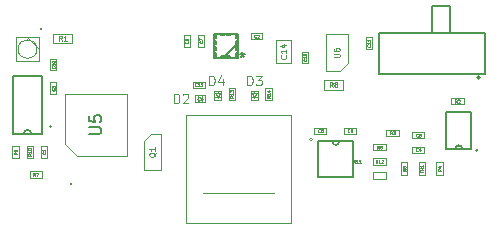
<source format=gbr>
G04 #@! TF.GenerationSoftware,KiCad,Pcbnew,(5.1.9-0-10_14)*
G04 #@! TF.CreationDate,2025-05-13T11:21:21-05:00*
G04 #@! TF.ProjectId,DTYF Beta,44545946-2042-4657-9461-2e6b69636164,rev?*
G04 #@! TF.SameCoordinates,Original*
G04 #@! TF.FileFunction,Other,Fab,Top*
%FSLAX46Y46*%
G04 Gerber Fmt 4.6, Leading zero omitted, Abs format (unit mm)*
G04 Created by KiCad (PCBNEW (5.1.9-0-10_14)) date 2025-05-13 11:21:21*
%MOMM*%
%LPD*%
G01*
G04 APERTURE LIST*
%ADD10C,0.152400*%
%ADD11C,0.100000*%
%ADD12C,0.120000*%
%ADD13C,0.127000*%
%ADD14C,0.200000*%
%ADD15C,0.150000*%
%ADD16C,0.040000*%
%ADD17C,0.080000*%
%ADD18C,0.075000*%
%ADD19C,0.060000*%
G04 APERTURE END LIST*
D10*
X160254100Y-98150600D02*
X158145900Y-98150600D01*
X158145900Y-98150600D02*
X158145900Y-101249400D01*
X158145900Y-101249400D02*
X160254100Y-101249400D01*
X160254100Y-101249400D02*
X160254100Y-98150600D01*
X160826200Y-101350000D02*
G75*
G03*
X160826200Y-101350000I-76200J0D01*
G01*
X159504800Y-101249400D02*
G75*
G03*
X158895200Y-101249400I-304800J0D01*
G01*
X140503300Y-91496700D02*
X140503300Y-91496700D01*
X140503300Y-93503300D02*
X140503300Y-91496700D01*
X140503300Y-93503300D02*
X140503300Y-93503300D01*
X138496700Y-93503300D02*
X140503300Y-93503300D01*
X138496700Y-93503300D02*
X138496700Y-93503300D01*
X138496700Y-91496700D02*
X138496700Y-93503300D01*
X138496700Y-91496700D02*
X138496700Y-91496700D01*
X140503300Y-91496700D02*
X138496700Y-91496700D01*
X138623700Y-93377189D02*
X138496700Y-93377189D01*
X138623700Y-93123189D02*
X138623700Y-93377189D01*
X138496700Y-93123189D02*
X138623700Y-93123189D01*
X138496700Y-93377189D02*
X138496700Y-93123189D01*
X138623700Y-92877063D02*
X138496700Y-92877063D01*
X138623700Y-92623063D02*
X138623700Y-92877063D01*
X138496700Y-92623063D02*
X138623700Y-92623063D01*
X138496700Y-92877063D02*
X138496700Y-92623063D01*
X138623700Y-92376937D02*
X138496700Y-92376937D01*
X138623700Y-92122937D02*
X138623700Y-92376937D01*
X138496700Y-92122937D02*
X138623700Y-92122937D01*
X138496700Y-92376937D02*
X138496700Y-92122937D01*
X138623700Y-91876811D02*
X138496700Y-91876811D01*
X138623700Y-91622811D02*
X138623700Y-91876811D01*
X138496700Y-91622811D02*
X138623700Y-91622811D01*
X138496700Y-91876811D02*
X138496700Y-91622811D01*
X139122937Y-91623700D02*
X139122937Y-91496700D01*
X139376937Y-91623700D02*
X139122937Y-91623700D01*
X139376937Y-91496700D02*
X139376937Y-91623700D01*
X139122937Y-91496700D02*
X139376937Y-91496700D01*
X139623063Y-91623700D02*
X139623063Y-91496700D01*
X139877063Y-91623700D02*
X139623063Y-91623700D01*
X139877063Y-91496700D02*
X139877063Y-91623700D01*
X139623063Y-91496700D02*
X139877063Y-91496700D01*
X140376300Y-91622811D02*
X140503300Y-91622811D01*
X140376300Y-91876811D02*
X140376300Y-91622811D01*
X140503300Y-91876811D02*
X140376300Y-91876811D01*
X140503300Y-91622811D02*
X140503300Y-91876811D01*
X140376300Y-92122937D02*
X140503300Y-92122937D01*
X140376300Y-92376937D02*
X140376300Y-92122937D01*
X140503300Y-92376937D02*
X140376300Y-92376937D01*
X140503300Y-92122937D02*
X140503300Y-92376937D01*
X140376300Y-92623063D02*
X140503300Y-92623063D01*
X140376300Y-92877063D02*
X140376300Y-92623063D01*
X140503300Y-92877063D02*
X140376300Y-92877063D01*
X140503300Y-92623063D02*
X140503300Y-92877063D01*
X140376300Y-93123189D02*
X140503300Y-93123189D01*
X140376300Y-93377189D02*
X140376300Y-93123189D01*
X140503300Y-93377189D02*
X140376300Y-93377189D01*
X140503300Y-93123189D02*
X140503300Y-93377189D01*
X139877063Y-93376300D02*
X139877063Y-93503300D01*
X139623063Y-93376300D02*
X139877063Y-93376300D01*
X139623063Y-93503300D02*
X139623063Y-93376300D01*
X139877063Y-93503300D02*
X139623063Y-93503300D01*
X139376937Y-93376300D02*
X139376937Y-93503300D01*
X139122937Y-93376300D02*
X139376937Y-93376300D01*
X139122937Y-93503300D02*
X139122937Y-93376300D01*
X139376937Y-93503300D02*
X139122937Y-93503300D01*
X140503300Y-92233300D02*
X139233300Y-93503300D01*
D11*
X149500000Y-99450000D02*
X150500000Y-99450000D01*
X149500000Y-99950000D02*
X149500000Y-99450000D01*
X150500000Y-99950000D02*
X149500000Y-99950000D01*
X150500000Y-99450000D02*
X150500000Y-99950000D01*
D12*
X146811803Y-100450000D02*
G75*
G03*
X146811803Y-100450000I-111803J0D01*
G01*
D10*
X147301400Y-103598600D02*
X150298600Y-103598600D01*
X150298600Y-103598600D02*
X150298600Y-100601400D01*
X150298600Y-100601400D02*
X147301400Y-100601400D01*
X147301400Y-100601400D02*
X147301400Y-103598600D01*
X148495200Y-100601400D02*
G75*
G03*
X149104800Y-100601400I304800J0D01*
G01*
D11*
X126862500Y-101837500D02*
X125862500Y-100837500D01*
X131137500Y-101837500D02*
X126862500Y-101837500D01*
X131137500Y-96562500D02*
X131137500Y-101837500D01*
X125862500Y-96562500D02*
X131137500Y-96562500D01*
X125862500Y-100837500D02*
X125862500Y-96562500D01*
D12*
X126511803Y-104211803D02*
G75*
G03*
X126511803Y-104211803I-111803J0D01*
G01*
D13*
X161450000Y-94900000D02*
X152450000Y-94900000D01*
X152450000Y-94900000D02*
X152450000Y-91400000D01*
X152450000Y-91400000D02*
X156950000Y-91400000D01*
X156950000Y-91400000D02*
X158450000Y-91400000D01*
X158450000Y-91400000D02*
X161450000Y-91400000D01*
X161450000Y-91400000D02*
X161450000Y-94900000D01*
X158450000Y-91400000D02*
X158450000Y-89150000D01*
X158450000Y-89150000D02*
X156950000Y-89150000D01*
X156950000Y-89150000D02*
X156950000Y-91400000D01*
D14*
X161020000Y-95200000D02*
G75*
G03*
X161020000Y-95200000I-120000J0D01*
G01*
D11*
X155300000Y-101050000D02*
X156300000Y-101050000D01*
X155300000Y-101550000D02*
X155300000Y-101050000D01*
X156300000Y-101550000D02*
X155300000Y-101550000D01*
X156300000Y-101050000D02*
X156300000Y-101550000D01*
X136100000Y-98340000D02*
X145050000Y-98340000D01*
X136100000Y-107510000D02*
X145050000Y-107510000D01*
X136100000Y-98340000D02*
X136100000Y-107510000D01*
X145050000Y-98340000D02*
X145050000Y-107510000D01*
X137575000Y-105000000D02*
X143575000Y-105000000D01*
D12*
X123950000Y-91100000D02*
G75*
G03*
X123950000Y-91100000I-100000J0D01*
G01*
D11*
X123500000Y-92800000D02*
G75*
G03*
X123500000Y-92800000I-800000J0D01*
G01*
X123700000Y-92800000D02*
X122700000Y-91800000D01*
X123700000Y-91800000D02*
X121700000Y-91800000D01*
X121700000Y-91800000D02*
X121700000Y-93800000D01*
X121700000Y-93800000D02*
X123700000Y-93800000D01*
X123700000Y-93800000D02*
X123700000Y-91800000D01*
D10*
X123893800Y-95048900D02*
X121506200Y-95048900D01*
X121506200Y-95048900D02*
X121506200Y-99951100D01*
X121506200Y-99951100D02*
X123893800Y-99951100D01*
X123893800Y-99951100D02*
X123893800Y-95048900D01*
X124726200Y-99350000D02*
G75*
G03*
X124726200Y-99350000I-76200J0D01*
G01*
X123004800Y-99951100D02*
G75*
G03*
X122395200Y-99951100I-304800J0D01*
G01*
D11*
X123850000Y-101000000D02*
X124350000Y-101000000D01*
X124350000Y-101000000D02*
X124350000Y-102000000D01*
X124350000Y-102000000D02*
X123850000Y-102000000D01*
X123850000Y-102000000D02*
X123850000Y-101000000D01*
X142600000Y-91950000D02*
X141600000Y-91950000D01*
X142600000Y-91450000D02*
X142600000Y-91950000D01*
X141600000Y-91450000D02*
X142600000Y-91450000D01*
X141600000Y-91950000D02*
X141600000Y-91450000D01*
X125150000Y-96600000D02*
X124650000Y-96600000D01*
X124650000Y-96600000D02*
X124650000Y-95600000D01*
X124650000Y-95600000D02*
X125150000Y-95600000D01*
X125150000Y-95600000D02*
X125150000Y-96600000D01*
X156300000Y-99850000D02*
X156300000Y-100350000D01*
X156300000Y-100350000D02*
X155300000Y-100350000D01*
X155300000Y-100350000D02*
X155300000Y-99850000D01*
X155300000Y-99850000D02*
X156300000Y-99850000D01*
X136450000Y-92600000D02*
X135950000Y-92600000D01*
X135950000Y-92600000D02*
X135950000Y-91600000D01*
X135950000Y-91600000D02*
X136450000Y-91600000D01*
X136450000Y-91600000D02*
X136450000Y-92600000D01*
X137650000Y-91600000D02*
X137650000Y-92600000D01*
X137150000Y-91600000D02*
X137650000Y-91600000D01*
X137150000Y-92600000D02*
X137150000Y-91600000D01*
X137650000Y-92600000D02*
X137150000Y-92600000D01*
X147000000Y-99950000D02*
X147000000Y-99450000D01*
X147000000Y-99450000D02*
X148000000Y-99450000D01*
X148000000Y-99450000D02*
X148000000Y-99950000D01*
X148000000Y-99950000D02*
X147000000Y-99950000D01*
X124650000Y-94600000D02*
X124650000Y-93600000D01*
X125150000Y-94600000D02*
X124650000Y-94600000D01*
X125150000Y-93600000D02*
X125150000Y-94600000D01*
X124650000Y-93600000D02*
X125150000Y-93600000D01*
X151350000Y-92800000D02*
X151350000Y-91800000D01*
X151850000Y-92800000D02*
X151350000Y-92800000D01*
X151850000Y-91800000D02*
X151850000Y-92800000D01*
X151350000Y-91800000D02*
X151850000Y-91800000D01*
X136700000Y-95550000D02*
X137700000Y-95550000D01*
X136700000Y-96050000D02*
X136700000Y-95550000D01*
X137700000Y-96050000D02*
X136700000Y-96050000D01*
X137700000Y-95550000D02*
X137700000Y-96050000D01*
X146450000Y-94000000D02*
X145950000Y-94000000D01*
X145950000Y-94000000D02*
X145950000Y-93000000D01*
X145950000Y-93000000D02*
X146450000Y-93000000D01*
X146450000Y-93000000D02*
X146450000Y-94000000D01*
X145025000Y-94000000D02*
X143775000Y-94000000D01*
X143775000Y-94000000D02*
X143775000Y-92000000D01*
X143775000Y-92000000D02*
X145025000Y-92000000D01*
X145025000Y-92000000D02*
X145025000Y-94000000D01*
X132600000Y-103020000D02*
X134000000Y-103020000D01*
X134000000Y-99980000D02*
X134000000Y-103020000D01*
X132600000Y-100550000D02*
X133150000Y-99980000D01*
X133150000Y-99980000D02*
X134000000Y-99980000D01*
X132600000Y-100550000D02*
X132600000Y-103000000D01*
X124900000Y-91487500D02*
X126500000Y-91487500D01*
X124900000Y-92312500D02*
X124900000Y-91487500D01*
X126500000Y-92312500D02*
X124900000Y-92312500D01*
X126500000Y-91487500D02*
X126500000Y-92312500D01*
X159625000Y-97470000D02*
X158575000Y-97470000D01*
X159625000Y-96930000D02*
X159625000Y-97470000D01*
X158575000Y-96930000D02*
X159625000Y-96930000D01*
X158575000Y-97470000D02*
X158575000Y-96930000D01*
X153075000Y-99630000D02*
X154125000Y-99630000D01*
X153075000Y-100170000D02*
X153075000Y-99630000D01*
X154125000Y-100170000D02*
X153075000Y-100170000D01*
X154125000Y-99630000D02*
X154125000Y-100170000D01*
X157870000Y-102375000D02*
X157870000Y-103425000D01*
X157330000Y-102375000D02*
X157870000Y-102375000D01*
X157330000Y-103425000D02*
X157330000Y-102375000D01*
X157870000Y-103425000D02*
X157330000Y-103425000D01*
X154330000Y-102375000D02*
X154870000Y-102375000D01*
X154870000Y-102375000D02*
X154870000Y-103425000D01*
X154870000Y-103425000D02*
X154330000Y-103425000D01*
X154330000Y-103425000D02*
X154330000Y-102375000D01*
X153025000Y-101370000D02*
X151975000Y-101370000D01*
X153025000Y-100830000D02*
X153025000Y-101370000D01*
X151975000Y-100830000D02*
X153025000Y-100830000D01*
X151975000Y-101370000D02*
X151975000Y-100830000D01*
X123925000Y-103130000D02*
X123925000Y-103670000D01*
X123925000Y-103670000D02*
X122875000Y-103670000D01*
X122875000Y-103670000D02*
X122875000Y-103130000D01*
X122875000Y-103130000D02*
X123925000Y-103130000D01*
X147800000Y-96212500D02*
X147800000Y-95387500D01*
X147800000Y-95387500D02*
X149400000Y-95387500D01*
X149400000Y-95387500D02*
X149400000Y-96212500D01*
X149400000Y-96212500D02*
X147800000Y-96212500D01*
X121430000Y-102025000D02*
X121430000Y-100975000D01*
X121970000Y-102025000D02*
X121430000Y-102025000D01*
X121970000Y-100975000D02*
X121970000Y-102025000D01*
X121430000Y-100975000D02*
X121970000Y-100975000D01*
X122630000Y-100975000D02*
X123170000Y-100975000D01*
X123170000Y-100975000D02*
X123170000Y-102025000D01*
X123170000Y-102025000D02*
X122630000Y-102025000D01*
X122630000Y-102025000D02*
X122630000Y-100975000D01*
X153025000Y-103770000D02*
X151975000Y-103770000D01*
X153025000Y-103230000D02*
X153025000Y-103770000D01*
X151975000Y-103230000D02*
X153025000Y-103230000D01*
X151975000Y-103770000D02*
X151975000Y-103230000D01*
X153025000Y-102030000D02*
X153025000Y-102570000D01*
X153025000Y-102570000D02*
X151975000Y-102570000D01*
X151975000Y-102570000D02*
X151975000Y-102030000D01*
X151975000Y-102030000D02*
X153025000Y-102030000D01*
X140270000Y-96065000D02*
X140270000Y-97115000D01*
X139730000Y-96065000D02*
X140270000Y-96065000D01*
X139730000Y-97115000D02*
X139730000Y-96065000D01*
X140270000Y-97115000D02*
X139730000Y-97115000D01*
X143370000Y-97125000D02*
X142830000Y-97125000D01*
X142830000Y-97125000D02*
X142830000Y-96075000D01*
X142830000Y-96075000D02*
X143370000Y-96075000D01*
X143370000Y-96075000D02*
X143370000Y-97125000D01*
X155830000Y-102375000D02*
X156370000Y-102375000D01*
X156370000Y-102375000D02*
X156370000Y-103425000D01*
X156370000Y-103425000D02*
X155830000Y-103425000D01*
X155830000Y-103425000D02*
X155830000Y-102375000D01*
X149800000Y-94000000D02*
X149150000Y-94650000D01*
X148000000Y-94650000D02*
X149150000Y-94650000D01*
X149800000Y-94000000D02*
X149800000Y-91550000D01*
X148000000Y-91550000D02*
X149800000Y-91550000D01*
X148000000Y-94650000D02*
X148000000Y-91550000D01*
X137150000Y-97000000D02*
X137050000Y-97000000D01*
X137150000Y-97200000D02*
X137450000Y-97000000D01*
X137150000Y-96800000D02*
X137150000Y-97200000D01*
X137450000Y-97000000D02*
X137150000Y-96800000D01*
X137450000Y-97000000D02*
X137550000Y-97000000D01*
X137450000Y-96800000D02*
X137450000Y-97200000D01*
X136900000Y-97300000D02*
X136900000Y-96700000D01*
X137700000Y-97300000D02*
X136900000Y-97300000D01*
X137700000Y-96700000D02*
X137700000Y-97300000D01*
X136900000Y-96700000D02*
X137700000Y-96700000D01*
X142200000Y-96300000D02*
X142200000Y-97100000D01*
X142200000Y-97100000D02*
X141600000Y-97100000D01*
X141600000Y-97100000D02*
X141600000Y-96300000D01*
X141600000Y-96300000D02*
X142200000Y-96300000D01*
X142100000Y-96850000D02*
X141700000Y-96850000D01*
X141900000Y-96850000D02*
X141900000Y-96950000D01*
X141900000Y-96850000D02*
X142100000Y-96550000D01*
X142100000Y-96550000D02*
X141700000Y-96550000D01*
X141700000Y-96550000D02*
X141900000Y-96850000D01*
X141900000Y-96550000D02*
X141900000Y-96450000D01*
X139100000Y-96300000D02*
X139100000Y-97100000D01*
X139100000Y-97100000D02*
X138500000Y-97100000D01*
X138500000Y-97100000D02*
X138500000Y-96300000D01*
X138500000Y-96300000D02*
X139100000Y-96300000D01*
X139000000Y-96850000D02*
X138600000Y-96850000D01*
X138800000Y-96850000D02*
X138800000Y-96950000D01*
X138800000Y-96850000D02*
X139000000Y-96550000D01*
X139000000Y-96550000D02*
X138600000Y-96550000D01*
X138600000Y-96550000D02*
X138800000Y-96850000D01*
X138800000Y-96550000D02*
X138800000Y-96450000D01*
D15*
X140900000Y-93052380D02*
X140900000Y-93290476D01*
X140661904Y-93195238D02*
X140900000Y-93290476D01*
X141138095Y-93195238D01*
X140757142Y-93480952D02*
X140900000Y-93290476D01*
X141042857Y-93480952D01*
D16*
X149958333Y-99789285D02*
X149946428Y-99801190D01*
X149910714Y-99813095D01*
X149886904Y-99813095D01*
X149851190Y-99801190D01*
X149827380Y-99777380D01*
X149815476Y-99753571D01*
X149803571Y-99705952D01*
X149803571Y-99670238D01*
X149815476Y-99622619D01*
X149827380Y-99598809D01*
X149851190Y-99575000D01*
X149886904Y-99563095D01*
X149910714Y-99563095D01*
X149946428Y-99575000D01*
X149958333Y-99586904D01*
X150077380Y-99813095D02*
X150125000Y-99813095D01*
X150148809Y-99801190D01*
X150160714Y-99789285D01*
X150184523Y-99753571D01*
X150196428Y-99705952D01*
X150196428Y-99610714D01*
X150184523Y-99586904D01*
X150172619Y-99575000D01*
X150148809Y-99563095D01*
X150101190Y-99563095D01*
X150077380Y-99575000D01*
X150065476Y-99586904D01*
X150053571Y-99610714D01*
X150053571Y-99670238D01*
X150065476Y-99694047D01*
X150077380Y-99705952D01*
X150101190Y-99717857D01*
X150148809Y-99717857D01*
X150172619Y-99705952D01*
X150184523Y-99694047D01*
X150196428Y-99670238D01*
D15*
X127952380Y-99961904D02*
X128761904Y-99961904D01*
X128857142Y-99914285D01*
X128904761Y-99866666D01*
X128952380Y-99771428D01*
X128952380Y-99580952D01*
X128904761Y-99485714D01*
X128857142Y-99438095D01*
X128761904Y-99390476D01*
X127952380Y-99390476D01*
X127952380Y-98438095D02*
X127952380Y-98914285D01*
X128428571Y-98961904D01*
X128380952Y-98914285D01*
X128333333Y-98819047D01*
X128333333Y-98580952D01*
X128380952Y-98485714D01*
X128428571Y-98438095D01*
X128523809Y-98390476D01*
X128761904Y-98390476D01*
X128857142Y-98438095D01*
X128904761Y-98485714D01*
X128952380Y-98580952D01*
X128952380Y-98819047D01*
X128904761Y-98914285D01*
X128857142Y-98961904D01*
D16*
X155758333Y-101389285D02*
X155746428Y-101401190D01*
X155710714Y-101413095D01*
X155686904Y-101413095D01*
X155651190Y-101401190D01*
X155627380Y-101377380D01*
X155615476Y-101353571D01*
X155603571Y-101305952D01*
X155603571Y-101270238D01*
X155615476Y-101222619D01*
X155627380Y-101198809D01*
X155651190Y-101175000D01*
X155686904Y-101163095D01*
X155710714Y-101163095D01*
X155746428Y-101175000D01*
X155758333Y-101186904D01*
X155972619Y-101246428D02*
X155972619Y-101413095D01*
X155913095Y-101151190D02*
X155853571Y-101329761D01*
X156008333Y-101329761D01*
X124189285Y-101541666D02*
X124201190Y-101553571D01*
X124213095Y-101589285D01*
X124213095Y-101613095D01*
X124201190Y-101648809D01*
X124177380Y-101672619D01*
X124153571Y-101684523D01*
X124105952Y-101696428D01*
X124070238Y-101696428D01*
X124022619Y-101684523D01*
X123998809Y-101672619D01*
X123975000Y-101648809D01*
X123963095Y-101613095D01*
X123963095Y-101589285D01*
X123975000Y-101553571D01*
X123986904Y-101541666D01*
X124213095Y-101303571D02*
X124213095Y-101446428D01*
X124213095Y-101375000D02*
X123963095Y-101375000D01*
X123998809Y-101398809D01*
X124022619Y-101422619D01*
X124034523Y-101446428D01*
X142058333Y-91789285D02*
X142046428Y-91801190D01*
X142010714Y-91813095D01*
X141986904Y-91813095D01*
X141951190Y-91801190D01*
X141927380Y-91777380D01*
X141915476Y-91753571D01*
X141903571Y-91705952D01*
X141903571Y-91670238D01*
X141915476Y-91622619D01*
X141927380Y-91598809D01*
X141951190Y-91575000D01*
X141986904Y-91563095D01*
X142010714Y-91563095D01*
X142046428Y-91575000D01*
X142058333Y-91586904D01*
X142153571Y-91586904D02*
X142165476Y-91575000D01*
X142189285Y-91563095D01*
X142248809Y-91563095D01*
X142272619Y-91575000D01*
X142284523Y-91586904D01*
X142296428Y-91610714D01*
X142296428Y-91634523D01*
X142284523Y-91670238D01*
X142141666Y-91813095D01*
X142296428Y-91813095D01*
X124989285Y-96141666D02*
X125001190Y-96153571D01*
X125013095Y-96189285D01*
X125013095Y-96213095D01*
X125001190Y-96248809D01*
X124977380Y-96272619D01*
X124953571Y-96284523D01*
X124905952Y-96296428D01*
X124870238Y-96296428D01*
X124822619Y-96284523D01*
X124798809Y-96272619D01*
X124775000Y-96248809D01*
X124763095Y-96213095D01*
X124763095Y-96189285D01*
X124775000Y-96153571D01*
X124786904Y-96141666D01*
X124763095Y-96058333D02*
X124763095Y-95903571D01*
X124858333Y-95986904D01*
X124858333Y-95951190D01*
X124870238Y-95927380D01*
X124882142Y-95915476D01*
X124905952Y-95903571D01*
X124965476Y-95903571D01*
X124989285Y-95915476D01*
X125001190Y-95927380D01*
X125013095Y-95951190D01*
X125013095Y-96022619D01*
X125001190Y-96046428D01*
X124989285Y-96058333D01*
X155758333Y-100189285D02*
X155746428Y-100201190D01*
X155710714Y-100213095D01*
X155686904Y-100213095D01*
X155651190Y-100201190D01*
X155627380Y-100177380D01*
X155615476Y-100153571D01*
X155603571Y-100105952D01*
X155603571Y-100070238D01*
X155615476Y-100022619D01*
X155627380Y-99998809D01*
X155651190Y-99975000D01*
X155686904Y-99963095D01*
X155710714Y-99963095D01*
X155746428Y-99975000D01*
X155758333Y-99986904D01*
X155984523Y-99963095D02*
X155865476Y-99963095D01*
X155853571Y-100082142D01*
X155865476Y-100070238D01*
X155889285Y-100058333D01*
X155948809Y-100058333D01*
X155972619Y-100070238D01*
X155984523Y-100082142D01*
X155996428Y-100105952D01*
X155996428Y-100165476D01*
X155984523Y-100189285D01*
X155972619Y-100201190D01*
X155948809Y-100213095D01*
X155889285Y-100213095D01*
X155865476Y-100201190D01*
X155853571Y-100189285D01*
X136289285Y-92141666D02*
X136301190Y-92153571D01*
X136313095Y-92189285D01*
X136313095Y-92213095D01*
X136301190Y-92248809D01*
X136277380Y-92272619D01*
X136253571Y-92284523D01*
X136205952Y-92296428D01*
X136170238Y-92296428D01*
X136122619Y-92284523D01*
X136098809Y-92272619D01*
X136075000Y-92248809D01*
X136063095Y-92213095D01*
X136063095Y-92189285D01*
X136075000Y-92153571D01*
X136086904Y-92141666D01*
X136063095Y-91927380D02*
X136063095Y-91975000D01*
X136075000Y-91998809D01*
X136086904Y-92010714D01*
X136122619Y-92034523D01*
X136170238Y-92046428D01*
X136265476Y-92046428D01*
X136289285Y-92034523D01*
X136301190Y-92022619D01*
X136313095Y-91998809D01*
X136313095Y-91951190D01*
X136301190Y-91927380D01*
X136289285Y-91915476D01*
X136265476Y-91903571D01*
X136205952Y-91903571D01*
X136182142Y-91915476D01*
X136170238Y-91927380D01*
X136158333Y-91951190D01*
X136158333Y-91998809D01*
X136170238Y-92022619D01*
X136182142Y-92034523D01*
X136205952Y-92046428D01*
X137489285Y-92141666D02*
X137501190Y-92153571D01*
X137513095Y-92189285D01*
X137513095Y-92213095D01*
X137501190Y-92248809D01*
X137477380Y-92272619D01*
X137453571Y-92284523D01*
X137405952Y-92296428D01*
X137370238Y-92296428D01*
X137322619Y-92284523D01*
X137298809Y-92272619D01*
X137275000Y-92248809D01*
X137263095Y-92213095D01*
X137263095Y-92189285D01*
X137275000Y-92153571D01*
X137286904Y-92141666D01*
X137263095Y-92058333D02*
X137263095Y-91891666D01*
X137513095Y-91998809D01*
X147458333Y-99789285D02*
X147446428Y-99801190D01*
X147410714Y-99813095D01*
X147386904Y-99813095D01*
X147351190Y-99801190D01*
X147327380Y-99777380D01*
X147315476Y-99753571D01*
X147303571Y-99705952D01*
X147303571Y-99670238D01*
X147315476Y-99622619D01*
X147327380Y-99598809D01*
X147351190Y-99575000D01*
X147386904Y-99563095D01*
X147410714Y-99563095D01*
X147446428Y-99575000D01*
X147458333Y-99586904D01*
X147601190Y-99670238D02*
X147577380Y-99658333D01*
X147565476Y-99646428D01*
X147553571Y-99622619D01*
X147553571Y-99610714D01*
X147565476Y-99586904D01*
X147577380Y-99575000D01*
X147601190Y-99563095D01*
X147648809Y-99563095D01*
X147672619Y-99575000D01*
X147684523Y-99586904D01*
X147696428Y-99610714D01*
X147696428Y-99622619D01*
X147684523Y-99646428D01*
X147672619Y-99658333D01*
X147648809Y-99670238D01*
X147601190Y-99670238D01*
X147577380Y-99682142D01*
X147565476Y-99694047D01*
X147553571Y-99717857D01*
X147553571Y-99765476D01*
X147565476Y-99789285D01*
X147577380Y-99801190D01*
X147601190Y-99813095D01*
X147648809Y-99813095D01*
X147672619Y-99801190D01*
X147684523Y-99789285D01*
X147696428Y-99765476D01*
X147696428Y-99717857D01*
X147684523Y-99694047D01*
X147672619Y-99682142D01*
X147648809Y-99670238D01*
X124989285Y-94260714D02*
X125001190Y-94272619D01*
X125013095Y-94308333D01*
X125013095Y-94332142D01*
X125001190Y-94367857D01*
X124977380Y-94391666D01*
X124953571Y-94403571D01*
X124905952Y-94415476D01*
X124870238Y-94415476D01*
X124822619Y-94403571D01*
X124798809Y-94391666D01*
X124775000Y-94367857D01*
X124763095Y-94332142D01*
X124763095Y-94308333D01*
X124775000Y-94272619D01*
X124786904Y-94260714D01*
X125013095Y-94022619D02*
X125013095Y-94165476D01*
X125013095Y-94094047D02*
X124763095Y-94094047D01*
X124798809Y-94117857D01*
X124822619Y-94141666D01*
X124834523Y-94165476D01*
X124763095Y-93867857D02*
X124763095Y-93844047D01*
X124775000Y-93820238D01*
X124786904Y-93808333D01*
X124810714Y-93796428D01*
X124858333Y-93784523D01*
X124917857Y-93784523D01*
X124965476Y-93796428D01*
X124989285Y-93808333D01*
X125001190Y-93820238D01*
X125013095Y-93844047D01*
X125013095Y-93867857D01*
X125001190Y-93891666D01*
X124989285Y-93903571D01*
X124965476Y-93915476D01*
X124917857Y-93927380D01*
X124858333Y-93927380D01*
X124810714Y-93915476D01*
X124786904Y-93903571D01*
X124775000Y-93891666D01*
X124763095Y-93867857D01*
X151689285Y-92460714D02*
X151701190Y-92472619D01*
X151713095Y-92508333D01*
X151713095Y-92532142D01*
X151701190Y-92567857D01*
X151677380Y-92591666D01*
X151653571Y-92603571D01*
X151605952Y-92615476D01*
X151570238Y-92615476D01*
X151522619Y-92603571D01*
X151498809Y-92591666D01*
X151475000Y-92567857D01*
X151463095Y-92532142D01*
X151463095Y-92508333D01*
X151475000Y-92472619D01*
X151486904Y-92460714D01*
X151713095Y-92222619D02*
X151713095Y-92365476D01*
X151713095Y-92294047D02*
X151463095Y-92294047D01*
X151498809Y-92317857D01*
X151522619Y-92341666D01*
X151534523Y-92365476D01*
X151713095Y-91984523D02*
X151713095Y-92127380D01*
X151713095Y-92055952D02*
X151463095Y-92055952D01*
X151498809Y-92079761D01*
X151522619Y-92103571D01*
X151534523Y-92127380D01*
X137039285Y-95889285D02*
X137027380Y-95901190D01*
X136991666Y-95913095D01*
X136967857Y-95913095D01*
X136932142Y-95901190D01*
X136908333Y-95877380D01*
X136896428Y-95853571D01*
X136884523Y-95805952D01*
X136884523Y-95770238D01*
X136896428Y-95722619D01*
X136908333Y-95698809D01*
X136932142Y-95675000D01*
X136967857Y-95663095D01*
X136991666Y-95663095D01*
X137027380Y-95675000D01*
X137039285Y-95686904D01*
X137277380Y-95913095D02*
X137134523Y-95913095D01*
X137205952Y-95913095D02*
X137205952Y-95663095D01*
X137182142Y-95698809D01*
X137158333Y-95722619D01*
X137134523Y-95734523D01*
X137360714Y-95663095D02*
X137515476Y-95663095D01*
X137432142Y-95758333D01*
X137467857Y-95758333D01*
X137491666Y-95770238D01*
X137503571Y-95782142D01*
X137515476Y-95805952D01*
X137515476Y-95865476D01*
X137503571Y-95889285D01*
X137491666Y-95901190D01*
X137467857Y-95913095D01*
X137396428Y-95913095D01*
X137372619Y-95901190D01*
X137360714Y-95889285D01*
X146289285Y-93660714D02*
X146301190Y-93672619D01*
X146313095Y-93708333D01*
X146313095Y-93732142D01*
X146301190Y-93767857D01*
X146277380Y-93791666D01*
X146253571Y-93803571D01*
X146205952Y-93815476D01*
X146170238Y-93815476D01*
X146122619Y-93803571D01*
X146098809Y-93791666D01*
X146075000Y-93767857D01*
X146063095Y-93732142D01*
X146063095Y-93708333D01*
X146075000Y-93672619D01*
X146086904Y-93660714D01*
X146313095Y-93422619D02*
X146313095Y-93565476D01*
X146313095Y-93494047D02*
X146063095Y-93494047D01*
X146098809Y-93517857D01*
X146122619Y-93541666D01*
X146134523Y-93565476D01*
X146086904Y-93327380D02*
X146075000Y-93315476D01*
X146063095Y-93291666D01*
X146063095Y-93232142D01*
X146075000Y-93208333D01*
X146086904Y-93196428D01*
X146110714Y-93184523D01*
X146134523Y-93184523D01*
X146170238Y-93196428D01*
X146313095Y-93339285D01*
X146313095Y-93184523D01*
D17*
X144578571Y-93321428D02*
X144602380Y-93345238D01*
X144626190Y-93416666D01*
X144626190Y-93464285D01*
X144602380Y-93535714D01*
X144554761Y-93583333D01*
X144507142Y-93607142D01*
X144411904Y-93630952D01*
X144340476Y-93630952D01*
X144245238Y-93607142D01*
X144197619Y-93583333D01*
X144150000Y-93535714D01*
X144126190Y-93464285D01*
X144126190Y-93416666D01*
X144150000Y-93345238D01*
X144173809Y-93321428D01*
X144626190Y-92845238D02*
X144626190Y-93130952D01*
X144626190Y-92988095D02*
X144126190Y-92988095D01*
X144197619Y-93035714D01*
X144245238Y-93083333D01*
X144269047Y-93130952D01*
X144292857Y-92416666D02*
X144626190Y-92416666D01*
X144102380Y-92535714D02*
X144459523Y-92654761D01*
X144459523Y-92345238D01*
D18*
X133573809Y-101547619D02*
X133550000Y-101595238D01*
X133502380Y-101642857D01*
X133430952Y-101714285D01*
X133407142Y-101761904D01*
X133407142Y-101809523D01*
X133526190Y-101785714D02*
X133502380Y-101833333D01*
X133454761Y-101880952D01*
X133359523Y-101904761D01*
X133192857Y-101904761D01*
X133097619Y-101880952D01*
X133050000Y-101833333D01*
X133026190Y-101785714D01*
X133026190Y-101690476D01*
X133050000Y-101642857D01*
X133097619Y-101595238D01*
X133192857Y-101571428D01*
X133359523Y-101571428D01*
X133454761Y-101595238D01*
X133502380Y-101642857D01*
X133526190Y-101690476D01*
X133526190Y-101785714D01*
X133526190Y-101095238D02*
X133526190Y-101380952D01*
X133526190Y-101238095D02*
X133026190Y-101238095D01*
X133097619Y-101285714D01*
X133145238Y-101333333D01*
X133169047Y-101380952D01*
D19*
X125633333Y-92080952D02*
X125500000Y-91890476D01*
X125404761Y-92080952D02*
X125404761Y-91680952D01*
X125557142Y-91680952D01*
X125595238Y-91700000D01*
X125614285Y-91719047D01*
X125633333Y-91757142D01*
X125633333Y-91814285D01*
X125614285Y-91852380D01*
X125595238Y-91871428D01*
X125557142Y-91890476D01*
X125404761Y-91890476D01*
X126014285Y-92080952D02*
X125785714Y-92080952D01*
X125900000Y-92080952D02*
X125900000Y-91680952D01*
X125861904Y-91738095D01*
X125823809Y-91776190D01*
X125785714Y-91795238D01*
D16*
X159056666Y-97317619D02*
X158970000Y-97193809D01*
X158908095Y-97317619D02*
X158908095Y-97057619D01*
X159007142Y-97057619D01*
X159031904Y-97070000D01*
X159044285Y-97082380D01*
X159056666Y-97107142D01*
X159056666Y-97144285D01*
X159044285Y-97169047D01*
X159031904Y-97181428D01*
X159007142Y-97193809D01*
X158908095Y-97193809D01*
X159155714Y-97082380D02*
X159168095Y-97070000D01*
X159192857Y-97057619D01*
X159254761Y-97057619D01*
X159279523Y-97070000D01*
X159291904Y-97082380D01*
X159304285Y-97107142D01*
X159304285Y-97131904D01*
X159291904Y-97169047D01*
X159143333Y-97317619D01*
X159304285Y-97317619D01*
X153556666Y-100017619D02*
X153470000Y-99893809D01*
X153408095Y-100017619D02*
X153408095Y-99757619D01*
X153507142Y-99757619D01*
X153531904Y-99770000D01*
X153544285Y-99782380D01*
X153556666Y-99807142D01*
X153556666Y-99844285D01*
X153544285Y-99869047D01*
X153531904Y-99881428D01*
X153507142Y-99893809D01*
X153408095Y-99893809D01*
X153643333Y-99757619D02*
X153804285Y-99757619D01*
X153717619Y-99856666D01*
X153754761Y-99856666D01*
X153779523Y-99869047D01*
X153791904Y-99881428D01*
X153804285Y-99906190D01*
X153804285Y-99968095D01*
X153791904Y-99992857D01*
X153779523Y-100005238D01*
X153754761Y-100017619D01*
X153680476Y-100017619D01*
X153655714Y-100005238D01*
X153643333Y-99992857D01*
X157717619Y-102943333D02*
X157593809Y-103030000D01*
X157717619Y-103091904D02*
X157457619Y-103091904D01*
X157457619Y-102992857D01*
X157470000Y-102968095D01*
X157482380Y-102955714D01*
X157507142Y-102943333D01*
X157544285Y-102943333D01*
X157569047Y-102955714D01*
X157581428Y-102968095D01*
X157593809Y-102992857D01*
X157593809Y-103091904D01*
X157544285Y-102720476D02*
X157717619Y-102720476D01*
X157445238Y-102782380D02*
X157630952Y-102844285D01*
X157630952Y-102683333D01*
X154717619Y-102943333D02*
X154593809Y-103030000D01*
X154717619Y-103091904D02*
X154457619Y-103091904D01*
X154457619Y-102992857D01*
X154470000Y-102968095D01*
X154482380Y-102955714D01*
X154507142Y-102943333D01*
X154544285Y-102943333D01*
X154569047Y-102955714D01*
X154581428Y-102968095D01*
X154593809Y-102992857D01*
X154593809Y-103091904D01*
X154457619Y-102708095D02*
X154457619Y-102831904D01*
X154581428Y-102844285D01*
X154569047Y-102831904D01*
X154556666Y-102807142D01*
X154556666Y-102745238D01*
X154569047Y-102720476D01*
X154581428Y-102708095D01*
X154606190Y-102695714D01*
X154668095Y-102695714D01*
X154692857Y-102708095D01*
X154705238Y-102720476D01*
X154717619Y-102745238D01*
X154717619Y-102807142D01*
X154705238Y-102831904D01*
X154692857Y-102844285D01*
X152456666Y-101217619D02*
X152370000Y-101093809D01*
X152308095Y-101217619D02*
X152308095Y-100957619D01*
X152407142Y-100957619D01*
X152431904Y-100970000D01*
X152444285Y-100982380D01*
X152456666Y-101007142D01*
X152456666Y-101044285D01*
X152444285Y-101069047D01*
X152431904Y-101081428D01*
X152407142Y-101093809D01*
X152308095Y-101093809D01*
X152679523Y-100957619D02*
X152630000Y-100957619D01*
X152605238Y-100970000D01*
X152592857Y-100982380D01*
X152568095Y-101019523D01*
X152555714Y-101069047D01*
X152555714Y-101168095D01*
X152568095Y-101192857D01*
X152580476Y-101205238D01*
X152605238Y-101217619D01*
X152654761Y-101217619D01*
X152679523Y-101205238D01*
X152691904Y-101192857D01*
X152704285Y-101168095D01*
X152704285Y-101106190D01*
X152691904Y-101081428D01*
X152679523Y-101069047D01*
X152654761Y-101056666D01*
X152605238Y-101056666D01*
X152580476Y-101069047D01*
X152568095Y-101081428D01*
X152555714Y-101106190D01*
X123356666Y-103517619D02*
X123270000Y-103393809D01*
X123208095Y-103517619D02*
X123208095Y-103257619D01*
X123307142Y-103257619D01*
X123331904Y-103270000D01*
X123344285Y-103282380D01*
X123356666Y-103307142D01*
X123356666Y-103344285D01*
X123344285Y-103369047D01*
X123331904Y-103381428D01*
X123307142Y-103393809D01*
X123208095Y-103393809D01*
X123443333Y-103257619D02*
X123616666Y-103257619D01*
X123505238Y-103517619D01*
D19*
X148533333Y-95980952D02*
X148400000Y-95790476D01*
X148304761Y-95980952D02*
X148304761Y-95580952D01*
X148457142Y-95580952D01*
X148495238Y-95600000D01*
X148514285Y-95619047D01*
X148533333Y-95657142D01*
X148533333Y-95714285D01*
X148514285Y-95752380D01*
X148495238Y-95771428D01*
X148457142Y-95790476D01*
X148304761Y-95790476D01*
X148761904Y-95752380D02*
X148723809Y-95733333D01*
X148704761Y-95714285D01*
X148685714Y-95676190D01*
X148685714Y-95657142D01*
X148704761Y-95619047D01*
X148723809Y-95600000D01*
X148761904Y-95580952D01*
X148838095Y-95580952D01*
X148876190Y-95600000D01*
X148895238Y-95619047D01*
X148914285Y-95657142D01*
X148914285Y-95676190D01*
X148895238Y-95714285D01*
X148876190Y-95733333D01*
X148838095Y-95752380D01*
X148761904Y-95752380D01*
X148723809Y-95771428D01*
X148704761Y-95790476D01*
X148685714Y-95828571D01*
X148685714Y-95904761D01*
X148704761Y-95942857D01*
X148723809Y-95961904D01*
X148761904Y-95980952D01*
X148838095Y-95980952D01*
X148876190Y-95961904D01*
X148895238Y-95942857D01*
X148914285Y-95904761D01*
X148914285Y-95828571D01*
X148895238Y-95790476D01*
X148876190Y-95771428D01*
X148838095Y-95752380D01*
D16*
X121817619Y-101543333D02*
X121693809Y-101630000D01*
X121817619Y-101691904D02*
X121557619Y-101691904D01*
X121557619Y-101592857D01*
X121570000Y-101568095D01*
X121582380Y-101555714D01*
X121607142Y-101543333D01*
X121644285Y-101543333D01*
X121669047Y-101555714D01*
X121681428Y-101568095D01*
X121693809Y-101592857D01*
X121693809Y-101691904D01*
X121817619Y-101419523D02*
X121817619Y-101370000D01*
X121805238Y-101345238D01*
X121792857Y-101332857D01*
X121755714Y-101308095D01*
X121706190Y-101295714D01*
X121607142Y-101295714D01*
X121582380Y-101308095D01*
X121570000Y-101320476D01*
X121557619Y-101345238D01*
X121557619Y-101394761D01*
X121570000Y-101419523D01*
X121582380Y-101431904D01*
X121607142Y-101444285D01*
X121669047Y-101444285D01*
X121693809Y-101431904D01*
X121706190Y-101419523D01*
X121718571Y-101394761D01*
X121718571Y-101345238D01*
X121706190Y-101320476D01*
X121693809Y-101308095D01*
X121669047Y-101295714D01*
X123017619Y-101667142D02*
X122893809Y-101753809D01*
X123017619Y-101815714D02*
X122757619Y-101815714D01*
X122757619Y-101716666D01*
X122770000Y-101691904D01*
X122782380Y-101679523D01*
X122807142Y-101667142D01*
X122844285Y-101667142D01*
X122869047Y-101679523D01*
X122881428Y-101691904D01*
X122893809Y-101716666D01*
X122893809Y-101815714D01*
X123017619Y-101419523D02*
X123017619Y-101568095D01*
X123017619Y-101493809D02*
X122757619Y-101493809D01*
X122794761Y-101518571D01*
X122819523Y-101543333D01*
X122831904Y-101568095D01*
X122757619Y-101258571D02*
X122757619Y-101233809D01*
X122770000Y-101209047D01*
X122782380Y-101196666D01*
X122807142Y-101184285D01*
X122856666Y-101171904D01*
X122918571Y-101171904D01*
X122968095Y-101184285D01*
X122992857Y-101196666D01*
X123005238Y-101209047D01*
X123017619Y-101233809D01*
X123017619Y-101258571D01*
X123005238Y-101283333D01*
X122992857Y-101295714D01*
X122968095Y-101308095D01*
X122918571Y-101320476D01*
X122856666Y-101320476D01*
X122807142Y-101308095D01*
X122782380Y-101295714D01*
X122770000Y-101283333D01*
X122757619Y-101258571D01*
X150432857Y-102417619D02*
X150346190Y-102293809D01*
X150284285Y-102417619D02*
X150284285Y-102157619D01*
X150383333Y-102157619D01*
X150408095Y-102170000D01*
X150420476Y-102182380D01*
X150432857Y-102207142D01*
X150432857Y-102244285D01*
X150420476Y-102269047D01*
X150408095Y-102281428D01*
X150383333Y-102293809D01*
X150284285Y-102293809D01*
X150680476Y-102417619D02*
X150531904Y-102417619D01*
X150606190Y-102417619D02*
X150606190Y-102157619D01*
X150581428Y-102194761D01*
X150556666Y-102219523D01*
X150531904Y-102231904D01*
X150928095Y-102417619D02*
X150779523Y-102417619D01*
X150853809Y-102417619D02*
X150853809Y-102157619D01*
X150829047Y-102194761D01*
X150804285Y-102219523D01*
X150779523Y-102231904D01*
X152332857Y-102417619D02*
X152246190Y-102293809D01*
X152184285Y-102417619D02*
X152184285Y-102157619D01*
X152283333Y-102157619D01*
X152308095Y-102170000D01*
X152320476Y-102182380D01*
X152332857Y-102207142D01*
X152332857Y-102244285D01*
X152320476Y-102269047D01*
X152308095Y-102281428D01*
X152283333Y-102293809D01*
X152184285Y-102293809D01*
X152580476Y-102417619D02*
X152431904Y-102417619D01*
X152506190Y-102417619D02*
X152506190Y-102157619D01*
X152481428Y-102194761D01*
X152456666Y-102219523D01*
X152431904Y-102231904D01*
X152679523Y-102182380D02*
X152691904Y-102170000D01*
X152716666Y-102157619D01*
X152778571Y-102157619D01*
X152803333Y-102170000D01*
X152815714Y-102182380D01*
X152828095Y-102207142D01*
X152828095Y-102231904D01*
X152815714Y-102269047D01*
X152667142Y-102417619D01*
X152828095Y-102417619D01*
X140117619Y-96757142D02*
X139993809Y-96843809D01*
X140117619Y-96905714D02*
X139857619Y-96905714D01*
X139857619Y-96806666D01*
X139870000Y-96781904D01*
X139882380Y-96769523D01*
X139907142Y-96757142D01*
X139944285Y-96757142D01*
X139969047Y-96769523D01*
X139981428Y-96781904D01*
X139993809Y-96806666D01*
X139993809Y-96905714D01*
X140117619Y-96509523D02*
X140117619Y-96658095D01*
X140117619Y-96583809D02*
X139857619Y-96583809D01*
X139894761Y-96608571D01*
X139919523Y-96633333D01*
X139931904Y-96658095D01*
X139857619Y-96422857D02*
X139857619Y-96261904D01*
X139956666Y-96348571D01*
X139956666Y-96311428D01*
X139969047Y-96286666D01*
X139981428Y-96274285D01*
X140006190Y-96261904D01*
X140068095Y-96261904D01*
X140092857Y-96274285D01*
X140105238Y-96286666D01*
X140117619Y-96311428D01*
X140117619Y-96385714D01*
X140105238Y-96410476D01*
X140092857Y-96422857D01*
X143217619Y-96767142D02*
X143093809Y-96853809D01*
X143217619Y-96915714D02*
X142957619Y-96915714D01*
X142957619Y-96816666D01*
X142970000Y-96791904D01*
X142982380Y-96779523D01*
X143007142Y-96767142D01*
X143044285Y-96767142D01*
X143069047Y-96779523D01*
X143081428Y-96791904D01*
X143093809Y-96816666D01*
X143093809Y-96915714D01*
X143217619Y-96519523D02*
X143217619Y-96668095D01*
X143217619Y-96593809D02*
X142957619Y-96593809D01*
X142994761Y-96618571D01*
X143019523Y-96643333D01*
X143031904Y-96668095D01*
X143044285Y-96296666D02*
X143217619Y-96296666D01*
X142945238Y-96358571D02*
X143130952Y-96420476D01*
X143130952Y-96259523D01*
X155957619Y-103234285D02*
X155957619Y-103085714D01*
X156217619Y-103160000D02*
X155957619Y-103160000D01*
X156217619Y-102999047D02*
X155957619Y-102999047D01*
X156081428Y-102999047D02*
X156081428Y-102850476D01*
X156217619Y-102850476D02*
X155957619Y-102850476D01*
X156217619Y-102590476D02*
X156217619Y-102739047D01*
X156217619Y-102664761D02*
X155957619Y-102664761D01*
X155994761Y-102689523D01*
X156019523Y-102714285D01*
X156031904Y-102739047D01*
D18*
X148626190Y-93480952D02*
X149030952Y-93480952D01*
X149078571Y-93457142D01*
X149102380Y-93433333D01*
X149126190Y-93385714D01*
X149126190Y-93290476D01*
X149102380Y-93242857D01*
X149078571Y-93219047D01*
X149030952Y-93195238D01*
X148626190Y-93195238D01*
X148626190Y-92742857D02*
X148626190Y-92838095D01*
X148650000Y-92885714D01*
X148673809Y-92909523D01*
X148745238Y-92957142D01*
X148840476Y-92980952D01*
X149030952Y-92980952D01*
X149078571Y-92957142D01*
X149102380Y-92933333D01*
X149126190Y-92885714D01*
X149126190Y-92790476D01*
X149102380Y-92742857D01*
X149078571Y-92719047D01*
X149030952Y-92695238D01*
X148911904Y-92695238D01*
X148864285Y-92719047D01*
X148840476Y-92742857D01*
X148816666Y-92790476D01*
X148816666Y-92885714D01*
X148840476Y-92933333D01*
X148864285Y-92957142D01*
X148911904Y-92980952D01*
D11*
X135109523Y-97361904D02*
X135109523Y-96561904D01*
X135300000Y-96561904D01*
X135414285Y-96600000D01*
X135490476Y-96676190D01*
X135528571Y-96752380D01*
X135566666Y-96904761D01*
X135566666Y-97019047D01*
X135528571Y-97171428D01*
X135490476Y-97247619D01*
X135414285Y-97323809D01*
X135300000Y-97361904D01*
X135109523Y-97361904D01*
X135871428Y-96638095D02*
X135909523Y-96600000D01*
X135985714Y-96561904D01*
X136176190Y-96561904D01*
X136252380Y-96600000D01*
X136290476Y-96638095D01*
X136328571Y-96714285D01*
X136328571Y-96790476D01*
X136290476Y-96904761D01*
X135833333Y-97361904D01*
X136328571Y-97361904D01*
X141309523Y-95861904D02*
X141309523Y-95061904D01*
X141500000Y-95061904D01*
X141614285Y-95100000D01*
X141690476Y-95176190D01*
X141728571Y-95252380D01*
X141766666Y-95404761D01*
X141766666Y-95519047D01*
X141728571Y-95671428D01*
X141690476Y-95747619D01*
X141614285Y-95823809D01*
X141500000Y-95861904D01*
X141309523Y-95861904D01*
X142033333Y-95061904D02*
X142528571Y-95061904D01*
X142261904Y-95366666D01*
X142376190Y-95366666D01*
X142452380Y-95404761D01*
X142490476Y-95442857D01*
X142528571Y-95519047D01*
X142528571Y-95709523D01*
X142490476Y-95785714D01*
X142452380Y-95823809D01*
X142376190Y-95861904D01*
X142147619Y-95861904D01*
X142071428Y-95823809D01*
X142033333Y-95785714D01*
X138109523Y-95861904D02*
X138109523Y-95061904D01*
X138300000Y-95061904D01*
X138414285Y-95100000D01*
X138490476Y-95176190D01*
X138528571Y-95252380D01*
X138566666Y-95404761D01*
X138566666Y-95519047D01*
X138528571Y-95671428D01*
X138490476Y-95747619D01*
X138414285Y-95823809D01*
X138300000Y-95861904D01*
X138109523Y-95861904D01*
X139252380Y-95328571D02*
X139252380Y-95861904D01*
X139061904Y-95023809D02*
X138871428Y-95595238D01*
X139366666Y-95595238D01*
M02*

</source>
